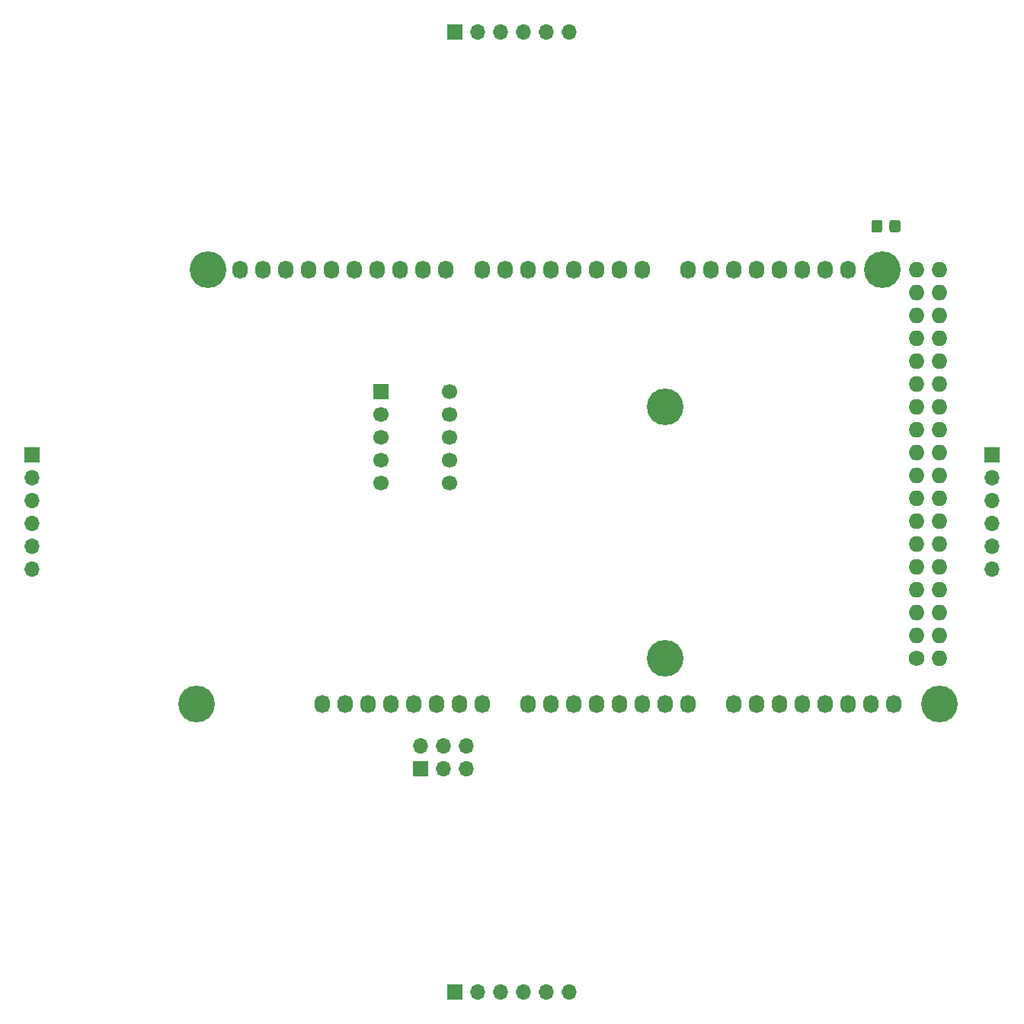
<source format=gbr>
%TF.GenerationSoftware,KiCad,Pcbnew,(5.1.10)-1*%
%TF.CreationDate,2021-08-25T18:12:28+02:00*%
%TF.ProjectId,2DMega,32444d65-6761-42e6-9b69-6361645f7063,rev?*%
%TF.SameCoordinates,Original*%
%TF.FileFunction,Soldermask,Bot*%
%TF.FilePolarity,Negative*%
%FSLAX46Y46*%
G04 Gerber Fmt 4.6, Leading zero omitted, Abs format (unit mm)*
G04 Created by KiCad (PCBNEW (5.1.10)-1) date 2021-08-25 18:12:28*
%MOMM*%
%LPD*%
G01*
G04 APERTURE LIST*
%ADD10C,1.727200*%
%ADD11O,1.727200X1.727200*%
%ADD12O,1.727200X2.032000*%
%ADD13C,4.064000*%
%ADD14R,1.700000X1.700000*%
%ADD15O,1.700000X1.700000*%
%ADD16C,1.700000*%
G04 APERTURE END LIST*
D10*
%TO.C,P4*%
X197358000Y-114046000D03*
D11*
X199898000Y-114046000D03*
X197358000Y-111506000D03*
X199898000Y-111506000D03*
X197358000Y-108966000D03*
X199898000Y-108966000D03*
X197358000Y-106426000D03*
X199898000Y-106426000D03*
X197358000Y-103886000D03*
X199898000Y-103886000D03*
X197358000Y-101346000D03*
X199898000Y-101346000D03*
X197358000Y-98806000D03*
X199898000Y-98806000D03*
X197358000Y-96266000D03*
X199898000Y-96266000D03*
X197358000Y-93726000D03*
X199898000Y-93726000D03*
X197358000Y-91186000D03*
X199898000Y-91186000D03*
X197358000Y-88646000D03*
X199898000Y-88646000D03*
X197358000Y-86106000D03*
X199898000Y-86106000D03*
X197358000Y-83566000D03*
X199898000Y-83566000D03*
X197358000Y-81026000D03*
X199898000Y-81026000D03*
X197358000Y-78486000D03*
X199898000Y-78486000D03*
X197358000Y-75946000D03*
X199898000Y-75946000D03*
X197358000Y-73406000D03*
X199898000Y-73406000D03*
X197358000Y-70866000D03*
X199898000Y-70866000D03*
%TD*%
D12*
%TO.C,P1*%
X131318000Y-119126000D03*
X133858000Y-119126000D03*
X136398000Y-119126000D03*
X138938000Y-119126000D03*
X141478000Y-119126000D03*
X144018000Y-119126000D03*
X146558000Y-119126000D03*
X149098000Y-119126000D03*
%TD*%
%TO.C,P2*%
X154178000Y-119126000D03*
X156718000Y-119126000D03*
X159258000Y-119126000D03*
X161798000Y-119126000D03*
X164338000Y-119126000D03*
X166878000Y-119126000D03*
X169418000Y-119126000D03*
X171958000Y-119126000D03*
%TD*%
%TO.C,P3*%
X177038000Y-119126000D03*
X179578000Y-119126000D03*
X182118000Y-119126000D03*
X184658000Y-119126000D03*
X187198000Y-119126000D03*
X189738000Y-119126000D03*
X192278000Y-119126000D03*
X194818000Y-119126000D03*
%TD*%
%TO.C,P5*%
X122174000Y-70866000D03*
X124714000Y-70866000D03*
X127254000Y-70866000D03*
X129794000Y-70866000D03*
X132334000Y-70866000D03*
X134874000Y-70866000D03*
X137414000Y-70866000D03*
X139954000Y-70866000D03*
X142494000Y-70866000D03*
X145034000Y-70866000D03*
%TD*%
%TO.C,P6*%
X149098000Y-70866000D03*
X151638000Y-70866000D03*
X154178000Y-70866000D03*
X156718000Y-70866000D03*
X159258000Y-70866000D03*
X161798000Y-70866000D03*
X164338000Y-70866000D03*
X166878000Y-70866000D03*
%TD*%
%TO.C,P7*%
X171958000Y-70866000D03*
X174498000Y-70866000D03*
X177038000Y-70866000D03*
X179578000Y-70866000D03*
X182118000Y-70866000D03*
X184658000Y-70866000D03*
X187198000Y-70866000D03*
X189738000Y-70866000D03*
%TD*%
D13*
%TO.C,P8*%
X117348000Y-119126000D03*
%TD*%
%TO.C,P9*%
X169418000Y-114046000D03*
%TD*%
%TO.C,P10*%
X199898000Y-119126000D03*
%TD*%
%TO.C,P11*%
X118618000Y-70866000D03*
%TD*%
%TO.C,P12*%
X169418000Y-86106000D03*
%TD*%
%TO.C,P13*%
X193548000Y-70866000D03*
%TD*%
D14*
%TO.C,J1*%
X146050000Y-44450000D03*
D15*
X148590000Y-44450000D03*
X151130000Y-44450000D03*
X153670000Y-44450000D03*
X156210000Y-44450000D03*
X158750000Y-44450000D03*
%TD*%
D14*
%TO.C,J2*%
X146050000Y-151130000D03*
D15*
X148590000Y-151130000D03*
X151130000Y-151130000D03*
X153670000Y-151130000D03*
X156210000Y-151130000D03*
X158750000Y-151130000D03*
%TD*%
%TO.C,J4*%
X205740000Y-104140000D03*
X205740000Y-101600000D03*
X205740000Y-99060000D03*
X205740000Y-96520000D03*
X205740000Y-93980000D03*
D14*
X205740000Y-91440000D03*
%TD*%
D15*
%TO.C,J5*%
X99060000Y-104140000D03*
X99060000Y-101600000D03*
X99060000Y-99060000D03*
X99060000Y-96520000D03*
X99060000Y-93980000D03*
D14*
X99060000Y-91440000D03*
%TD*%
%TO.C,J3*%
X142240000Y-126365000D03*
D15*
X142240000Y-123825000D03*
X144780000Y-126365000D03*
X144780000Y-123825000D03*
X147320000Y-126365000D03*
X147320000Y-123825000D03*
%TD*%
D14*
%TO.C,U1*%
X137795000Y-84455000D03*
D16*
X137795000Y-86995000D03*
X137795000Y-89535000D03*
X137795000Y-92075000D03*
X137795000Y-94615000D03*
X145415000Y-94615000D03*
X145415000Y-92075000D03*
X145415000Y-89535000D03*
X145415000Y-86995000D03*
X145415000Y-84455000D03*
%TD*%
%TO.C,R24*%
G36*
G01*
X195545000Y-65589999D02*
X195545000Y-66490001D01*
G75*
G02*
X195295001Y-66740000I-249999J0D01*
G01*
X194594999Y-66740000D01*
G75*
G02*
X194345000Y-66490001I0J249999D01*
G01*
X194345000Y-65589999D01*
G75*
G02*
X194594999Y-65340000I249999J0D01*
G01*
X195295001Y-65340000D01*
G75*
G02*
X195545000Y-65589999I0J-249999D01*
G01*
G37*
G36*
G01*
X193545000Y-65589999D02*
X193545000Y-66490001D01*
G75*
G02*
X193295001Y-66740000I-249999J0D01*
G01*
X192594999Y-66740000D01*
G75*
G02*
X192345000Y-66490001I0J249999D01*
G01*
X192345000Y-65589999D01*
G75*
G02*
X192594999Y-65340000I249999J0D01*
G01*
X193295001Y-65340000D01*
G75*
G02*
X193545000Y-65589999I0J-249999D01*
G01*
G37*
%TD*%
M02*

</source>
